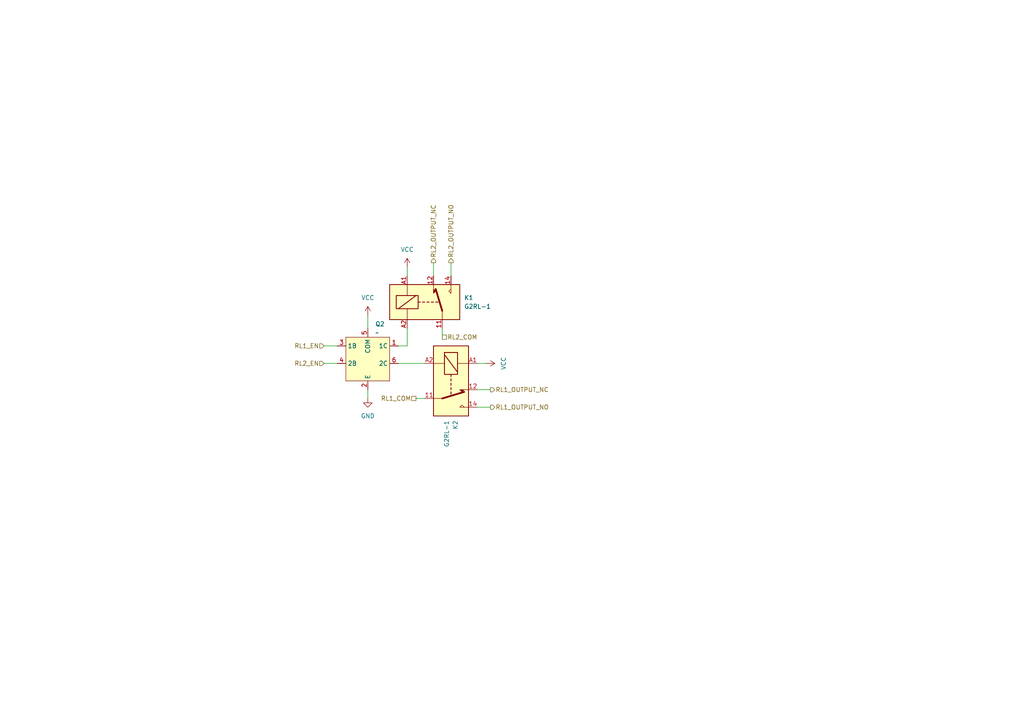
<source format=kicad_sch>
(kicad_sch
	(version 20250114)
	(generator "eeschema")
	(generator_version "9.0")
	(uuid "cffce59c-00fe-42d8-961e-130c24f41ffa")
	(paper "A4")
	(lib_symbols
		(symbol "Relay:G2RL-1"
			(exclude_from_sim no)
			(in_bom yes)
			(on_board yes)
			(property "Reference" "K"
				(at 11.43 3.81 0)
				(effects
					(font
						(size 1.27 1.27)
					)
					(justify left)
				)
			)
			(property "Value" "G2RL-1"
				(at 11.43 1.27 0)
				(effects
					(font
						(size 1.27 1.27)
					)
					(justify left)
				)
			)
			(property "Footprint" "Relay_THT:Relay_SPDT_Omron_G2RL-1"
				(at 11.43 -1.27 0)
				(effects
					(font
						(size 1.27 1.27)
					)
					(justify left)
					(hide yes)
				)
			)
			(property "Datasheet" "https://omronfs.omron.com/en_US/ecb/products/pdf/en-g2rl.pdf"
				(at 0 0 0)
				(effects
					(font
						(size 1.27 1.27)
					)
					(hide yes)
				)
			)
			(property "Description" "General Purpose Low Profile Relay SPDT Through Hole, Omron G2RL series, 12A 250VAC"
				(at 0 0 0)
				(effects
					(font
						(size 1.27 1.27)
					)
					(hide yes)
				)
			)
			(property "ki_keywords" "Single Pole Relay SPDT Omron"
				(at 0 0 0)
				(effects
					(font
						(size 1.27 1.27)
					)
					(hide yes)
				)
			)
			(property "ki_fp_filters" "Relay?SPDT?Omron?G2RL*"
				(at 0 0 0)
				(effects
					(font
						(size 1.27 1.27)
					)
					(hide yes)
				)
			)
			(symbol "G2RL-1_0_0"
				(polyline
					(pts
						(xy 7.62 5.08) (xy 7.62 2.54) (xy 6.985 3.175) (xy 7.62 3.81)
					)
					(stroke
						(width 0)
						(type default)
					)
					(fill
						(type none)
					)
				)
			)
			(symbol "G2RL-1_0_1"
				(rectangle
					(start -10.16 5.08)
					(end 10.16 -5.08)
					(stroke
						(width 0.254)
						(type default)
					)
					(fill
						(type background)
					)
				)
				(rectangle
					(start -8.255 1.905)
					(end -1.905 -1.905)
					(stroke
						(width 0.254)
						(type default)
					)
					(fill
						(type none)
					)
				)
				(polyline
					(pts
						(xy -7.62 -1.905) (xy -2.54 1.905)
					)
					(stroke
						(width 0.254)
						(type default)
					)
					(fill
						(type none)
					)
				)
				(polyline
					(pts
						(xy -5.08 5.08) (xy -5.08 1.905)
					)
					(stroke
						(width 0)
						(type default)
					)
					(fill
						(type none)
					)
				)
				(polyline
					(pts
						(xy -5.08 -5.08) (xy -5.08 -1.905)
					)
					(stroke
						(width 0)
						(type default)
					)
					(fill
						(type none)
					)
				)
				(polyline
					(pts
						(xy -1.905 0) (xy -1.27 0)
					)
					(stroke
						(width 0.254)
						(type default)
					)
					(fill
						(type none)
					)
				)
				(polyline
					(pts
						(xy -0.635 0) (xy 0 0)
					)
					(stroke
						(width 0.254)
						(type default)
					)
					(fill
						(type none)
					)
				)
				(polyline
					(pts
						(xy 0.635 0) (xy 1.27 0)
					)
					(stroke
						(width 0.254)
						(type default)
					)
					(fill
						(type none)
					)
				)
				(polyline
					(pts
						(xy 1.905 0) (xy 2.54 0)
					)
					(stroke
						(width 0.254)
						(type default)
					)
					(fill
						(type none)
					)
				)
				(polyline
					(pts
						(xy 2.54 5.08) (xy 2.54 2.54) (xy 3.175 3.175) (xy 2.54 3.81)
					)
					(stroke
						(width 0)
						(type default)
					)
					(fill
						(type outline)
					)
				)
				(polyline
					(pts
						(xy 3.175 0) (xy 3.81 0)
					)
					(stroke
						(width 0.254)
						(type default)
					)
					(fill
						(type none)
					)
				)
				(polyline
					(pts
						(xy 5.08 -2.54) (xy 3.175 3.81)
					)
					(stroke
						(width 0.508)
						(type default)
					)
					(fill
						(type none)
					)
				)
				(polyline
					(pts
						(xy 5.08 -2.54) (xy 5.08 -5.08)
					)
					(stroke
						(width 0)
						(type default)
					)
					(fill
						(type none)
					)
				)
			)
			(symbol "G2RL-1_1_1"
				(pin passive line
					(at -5.08 7.62 270)
					(length 2.54)
					(name "~"
						(effects
							(font
								(size 1.27 1.27)
							)
						)
					)
					(number "A1"
						(effects
							(font
								(size 1.27 1.27)
							)
						)
					)
				)
				(pin passive line
					(at -5.08 -7.62 90)
					(length 2.54)
					(name "~"
						(effects
							(font
								(size 1.27 1.27)
							)
						)
					)
					(number "A2"
						(effects
							(font
								(size 1.27 1.27)
							)
						)
					)
				)
				(pin passive line
					(at 2.54 7.62 270)
					(length 2.54)
					(name "~"
						(effects
							(font
								(size 1.27 1.27)
							)
						)
					)
					(number "12"
						(effects
							(font
								(size 1.27 1.27)
							)
						)
					)
				)
				(pin passive line
					(at 5.08 -7.62 90)
					(length 2.54)
					(name "~"
						(effects
							(font
								(size 1.27 1.27)
							)
						)
					)
					(number "11"
						(effects
							(font
								(size 1.27 1.27)
							)
						)
					)
				)
				(pin passive line
					(at 7.62 7.62 270)
					(length 2.54)
					(name "~"
						(effects
							(font
								(size 1.27 1.27)
							)
						)
					)
					(number "14"
						(effects
							(font
								(size 1.27 1.27)
							)
						)
					)
				)
			)
			(embedded_fonts no)
		)
		(symbol "Riqi_Parts:LANKE LK1802"
			(exclude_from_sim no)
			(in_bom yes)
			(on_board yes)
			(property "Reference" "Q"
				(at -2.286 -16.764 0)
				(effects
					(font
						(size 1.27 1.27)
					)
				)
			)
			(property "Value" ""
				(at 0 0 0)
				(effects
					(font
						(size 1.27 1.27)
					)
				)
			)
			(property "Footprint" ""
				(at 0 0 0)
				(effects
					(font
						(size 1.27 1.27)
					)
					(hide yes)
				)
			)
			(property "Datasheet" ""
				(at 0 0 0)
				(effects
					(font
						(size 1.27 1.27)
					)
					(hide yes)
				)
			)
			(property "Description" ""
				(at 0 0 0)
				(effects
					(font
						(size 1.27 1.27)
					)
					(hide yes)
				)
			)
			(property "ki_locked" ""
				(at 0 0 0)
				(effects
					(font
						(size 1.27 1.27)
					)
				)
			)
			(symbol "LANKE LK1802_1_1"
				(rectangle
					(start -2.54 -2.54)
					(end 10.16 -15.24)
					(stroke
						(width 0)
						(type solid)
					)
					(fill
						(type background)
					)
				)
				(pin input line
					(at -5.08 -5.08 0)
					(length 2.54)
					(name "1B"
						(effects
							(font
								(size 1.27 1.27)
							)
						)
					)
					(number "3"
						(effects
							(font
								(size 1.27 1.27)
							)
						)
					)
				)
				(pin input line
					(at -5.08 -10.16 0)
					(length 2.54)
					(name "2B"
						(effects
							(font
								(size 1.27 1.27)
							)
						)
					)
					(number "4"
						(effects
							(font
								(size 1.27 1.27)
							)
						)
					)
				)
				(pin passive line
					(at 3.81 0 270)
					(length 2.54)
					(name "COM"
						(effects
							(font
								(size 1.27 1.27)
							)
						)
					)
					(number "5"
						(effects
							(font
								(size 1.27 1.27)
							)
						)
					)
				)
				(pin passive line
					(at 3.81 -17.78 90)
					(length 2.54)
					(name "E"
						(effects
							(font
								(size 1.27 1.27)
							)
						)
					)
					(number "2"
						(effects
							(font
								(size 1.27 1.27)
							)
						)
					)
				)
				(pin open_collector line
					(at 12.7 -5.08 180)
					(length 2.54)
					(name "1C"
						(effects
							(font
								(size 1.27 1.27)
							)
						)
					)
					(number "1"
						(effects
							(font
								(size 1.27 1.27)
							)
						)
					)
				)
				(pin open_collector line
					(at 12.7 -10.16 180)
					(length 2.54)
					(name "2C"
						(effects
							(font
								(size 1.27 1.27)
							)
						)
					)
					(number "6"
						(effects
							(font
								(size 1.27 1.27)
							)
						)
					)
				)
			)
			(embedded_fonts no)
		)
		(symbol "power:GND"
			(power)
			(pin_numbers
				(hide yes)
			)
			(pin_names
				(offset 0)
				(hide yes)
			)
			(exclude_from_sim no)
			(in_bom yes)
			(on_board yes)
			(property "Reference" "#PWR"
				(at 0 -6.35 0)
				(effects
					(font
						(size 1.27 1.27)
					)
					(hide yes)
				)
			)
			(property "Value" "GND"
				(at 0 -3.81 0)
				(effects
					(font
						(size 1.27 1.27)
					)
				)
			)
			(property "Footprint" ""
				(at 0 0 0)
				(effects
					(font
						(size 1.27 1.27)
					)
					(hide yes)
				)
			)
			(property "Datasheet" ""
				(at 0 0 0)
				(effects
					(font
						(size 1.27 1.27)
					)
					(hide yes)
				)
			)
			(property "Description" "Power symbol creates a global label with name \"GND\" , ground"
				(at 0 0 0)
				(effects
					(font
						(size 1.27 1.27)
					)
					(hide yes)
				)
			)
			(property "ki_keywords" "global power"
				(at 0 0 0)
				(effects
					(font
						(size 1.27 1.27)
					)
					(hide yes)
				)
			)
			(symbol "GND_0_1"
				(polyline
					(pts
						(xy 0 0) (xy 0 -1.27) (xy 1.27 -1.27) (xy 0 -2.54) (xy -1.27 -1.27) (xy 0 -1.27)
					)
					(stroke
						(width 0)
						(type default)
					)
					(fill
						(type none)
					)
				)
			)
			(symbol "GND_1_1"
				(pin power_in line
					(at 0 0 270)
					(length 0)
					(name "~"
						(effects
							(font
								(size 1.27 1.27)
							)
						)
					)
					(number "1"
						(effects
							(font
								(size 1.27 1.27)
							)
						)
					)
				)
			)
			(embedded_fonts no)
		)
		(symbol "power:VCC"
			(power)
			(pin_numbers
				(hide yes)
			)
			(pin_names
				(offset 0)
				(hide yes)
			)
			(exclude_from_sim no)
			(in_bom yes)
			(on_board yes)
			(property "Reference" "#PWR"
				(at 0 -3.81 0)
				(effects
					(font
						(size 1.27 1.27)
					)
					(hide yes)
				)
			)
			(property "Value" "VCC"
				(at 0 3.556 0)
				(effects
					(font
						(size 1.27 1.27)
					)
				)
			)
			(property "Footprint" ""
				(at 0 0 0)
				(effects
					(font
						(size 1.27 1.27)
					)
					(hide yes)
				)
			)
			(property "Datasheet" ""
				(at 0 0 0)
				(effects
					(font
						(size 1.27 1.27)
					)
					(hide yes)
				)
			)
			(property "Description" "Power symbol creates a global label with name \"VCC\""
				(at 0 0 0)
				(effects
					(font
						(size 1.27 1.27)
					)
					(hide yes)
				)
			)
			(property "ki_keywords" "global power"
				(at 0 0 0)
				(effects
					(font
						(size 1.27 1.27)
					)
					(hide yes)
				)
			)
			(symbol "VCC_0_1"
				(polyline
					(pts
						(xy -0.762 1.27) (xy 0 2.54)
					)
					(stroke
						(width 0)
						(type default)
					)
					(fill
						(type none)
					)
				)
				(polyline
					(pts
						(xy 0 2.54) (xy 0.762 1.27)
					)
					(stroke
						(width 0)
						(type default)
					)
					(fill
						(type none)
					)
				)
				(polyline
					(pts
						(xy 0 0) (xy 0 2.54)
					)
					(stroke
						(width 0)
						(type default)
					)
					(fill
						(type none)
					)
				)
			)
			(symbol "VCC_1_1"
				(pin power_in line
					(at 0 0 90)
					(length 0)
					(name "~"
						(effects
							(font
								(size 1.27 1.27)
							)
						)
					)
					(number "1"
						(effects
							(font
								(size 1.27 1.27)
							)
						)
					)
				)
			)
			(embedded_fonts no)
		)
	)
	(wire
		(pts
			(xy 106.68 113.03) (xy 106.68 115.57)
		)
		(stroke
			(width 0)
			(type default)
		)
		(uuid "2ed33535-b7c3-4f3b-963c-65fcf2166eb8")
	)
	(wire
		(pts
			(xy 118.11 77.47) (xy 118.11 80.01)
		)
		(stroke
			(width 0)
			(type default)
		)
		(uuid "3ab762bf-eadb-42cb-99c3-8d4e9d063074")
	)
	(wire
		(pts
			(xy 118.11 95.25) (xy 118.11 100.33)
		)
		(stroke
			(width 0)
			(type default)
		)
		(uuid "49f05833-c2d5-4419-a8a0-d90470addf9f")
	)
	(wire
		(pts
			(xy 125.73 76.2) (xy 125.73 80.01)
		)
		(stroke
			(width 0)
			(type default)
		)
		(uuid "5ccdb662-a05a-4bc1-8988-c898078b42a5")
	)
	(wire
		(pts
			(xy 130.81 76.2) (xy 130.81 80.01)
		)
		(stroke
			(width 0)
			(type default)
		)
		(uuid "8c26bcf7-9b18-480a-b5ac-6407190a3498")
	)
	(wire
		(pts
			(xy 115.57 105.41) (xy 123.19 105.41)
		)
		(stroke
			(width 0)
			(type default)
		)
		(uuid "8ccfb1c7-a816-4d76-bdf6-4af9ca19f9ed")
	)
	(wire
		(pts
			(xy 142.24 113.03) (xy 138.43 113.03)
		)
		(stroke
			(width 0)
			(type default)
		)
		(uuid "91ea4add-298c-4de7-9ef3-84cd5950595a")
	)
	(wire
		(pts
			(xy 128.27 95.25) (xy 128.27 97.79)
		)
		(stroke
			(width 0)
			(type default)
		)
		(uuid "95cf5e65-a308-49e5-af0c-199b5c8da5fd")
	)
	(wire
		(pts
			(xy 93.98 100.33) (xy 97.79 100.33)
		)
		(stroke
			(width 0)
			(type default)
		)
		(uuid "abf5be68-7a0e-4698-a19f-9026a3287058")
	)
	(wire
		(pts
			(xy 138.43 118.11) (xy 142.24 118.11)
		)
		(stroke
			(width 0)
			(type default)
		)
		(uuid "d84b7d54-4ef9-4983-b224-e06b388a0f31")
	)
	(wire
		(pts
			(xy 93.98 105.41) (xy 97.79 105.41)
		)
		(stroke
			(width 0)
			(type default)
		)
		(uuid "d95150ad-edeb-487b-8f67-a77bcccd9fdf")
	)
	(wire
		(pts
			(xy 115.57 100.33) (xy 118.11 100.33)
		)
		(stroke
			(width 0)
			(type default)
		)
		(uuid "e874d732-634c-41ad-8b90-5a30f6ced64c")
	)
	(wire
		(pts
			(xy 140.97 105.41) (xy 138.43 105.41)
		)
		(stroke
			(width 0)
			(type default)
		)
		(uuid "ed2478fe-790f-456b-84ae-0959a180fb4d")
	)
	(wire
		(pts
			(xy 106.68 91.44) (xy 106.68 95.25)
		)
		(stroke
			(width 0)
			(type default)
		)
		(uuid "fd6174fb-6223-4c2b-911b-aad01b6894ee")
	)
	(wire
		(pts
			(xy 120.65 115.57) (xy 123.19 115.57)
		)
		(stroke
			(width 0)
			(type default)
		)
		(uuid "ff86b017-b40e-4aaa-8ea1-9e3eb2440ee2")
	)
	(hierarchical_label "RL2_OUTPUT_NC"
		(shape output)
		(at 125.73 76.2 90)
		(effects
			(font
				(size 1.27 1.27)
			)
			(justify left)
		)
		(uuid "136d0900-9b90-4551-8207-94253f00894f")
	)
	(hierarchical_label "RL1_COM"
		(shape passive)
		(at 120.65 115.57 180)
		(effects
			(font
				(size 1.27 1.27)
			)
			(justify right)
		)
		(uuid "2638d623-5eec-49a7-96ce-abc063f0b2d7")
	)
	(hierarchical_label "RL2_EN"
		(shape input)
		(at 93.98 105.41 180)
		(effects
			(font
				(size 1.27 1.27)
			)
			(justify right)
		)
		(uuid "3e898b01-38f7-473b-ad57-85697ebc3821")
	)
	(hierarchical_label "RL1_OUTPUT_NO"
		(shape output)
		(at 142.24 118.11 0)
		(effects
			(font
				(size 1.27 1.27)
			)
			(justify left)
		)
		(uuid "59b3596f-6833-4967-9719-de3fb6b6d32b")
	)
	(hierarchical_label "RL2_COM"
		(shape passive)
		(at 128.27 97.79 0)
		(effects
			(font
				(size 1.27 1.27)
			)
			(justify left)
		)
		(uuid "bca84ce4-18dc-44a6-8825-736c79c71c42")
	)
	(hierarchical_label "RL1_OUTPUT_NC"
		(shape output)
		(at 142.24 113.03 0)
		(effects
			(font
				(size 1.27 1.27)
			)
			(justify left)
		)
		(uuid "c0cdb961-51b2-4c39-8ab1-807eecbcef55")
	)
	(hierarchical_label "RL1_EN"
		(shape input)
		(at 93.98 100.33 180)
		(effects
			(font
				(size 1.27 1.27)
			)
			(justify right)
		)
		(uuid "e598eb98-68c7-425a-9a03-cdc3890e510b")
	)
	(hierarchical_label "RL2_OUTPUT_NO"
		(shape output)
		(at 130.81 76.2 90)
		(effects
			(font
				(size 1.27 1.27)
			)
			(justify left)
		)
		(uuid "e69a26a3-31d0-445f-abcf-c10ca3ccec38")
	)
	(symbol
		(lib_id "power:VCC")
		(at 140.97 105.41 270)
		(unit 1)
		(exclude_from_sim no)
		(in_bom yes)
		(on_board yes)
		(dnp no)
		(fields_autoplaced yes)
		(uuid "26174cbc-efa2-48e2-b6f2-045d9ecd6cb3")
		(property "Reference" "#PWR021"
			(at 137.16 105.41 0)
			(effects
				(font
					(size 1.27 1.27)
				)
				(hide yes)
			)
		)
		(property "Value" "VCC"
			(at 146.05 105.41 0)
			(effects
				(font
					(size 1.27 1.27)
				)
			)
		)
		(property "Footprint" ""
			(at 140.97 105.41 0)
			(effects
				(font
					(size 1.27 1.27)
				)
				(hide yes)
			)
		)
		(property "Datasheet" ""
			(at 140.97 105.41 0)
			(effects
				(font
					(size 1.27 1.27)
				)
				(hide yes)
			)
		)
		(property "Description" "Power symbol creates a global label with name \"VCC\""
			(at 140.97 105.41 0)
			(effects
				(font
					(size 1.27 1.27)
				)
				(hide yes)
			)
		)
		(pin "1"
			(uuid "21586879-cc36-48f9-8551-9e7ba463ff20")
		)
		(instances
			(project "NIVARA"
				(path "/8290cc18-06d0-4e02-a781-29a61ebc321a/9e4d7a0c-a5eb-4e88-9036-0c35e68b279a/86b88fb6-54fe-4cca-9b3c-121214f029ac"
					(reference "#PWR021")
					(unit 1)
				)
			)
		)
	)
	(symbol
		(lib_id "Relay:G2RL-1")
		(at 123.19 87.63 0)
		(unit 1)
		(exclude_from_sim no)
		(in_bom yes)
		(on_board yes)
		(dnp no)
		(fields_autoplaced yes)
		(uuid "271b35fc-458b-4d23-8fc7-dd31f7ee970e")
		(property "Reference" "K1"
			(at 134.62 86.3599 0)
			(effects
				(font
					(size 1.27 1.27)
				)
				(justify left)
			)
		)
		(property "Value" "G2RL-1"
			(at 134.62 88.8999 0)
			(effects
				(font
					(size 1.27 1.27)
				)
				(justify left)
			)
		)
		(property "Footprint" "Relay_THT:Relay_SPDT_Omron_G2RL-1"
			(at 134.62 88.9 0)
			(effects
				(font
					(size 1.27 1.27)
				)
				(justify left)
				(hide yes)
			)
		)
		(property "Datasheet" "https://omronfs.omron.com/en_US/ecb/products/pdf/en-g2rl.pdf"
			(at 123.19 87.63 0)
			(effects
				(font
					(size 1.27 1.27)
				)
				(hide yes)
			)
		)
		(property "Description" "General Purpose Low Profile Relay SPDT Through Hole, Omron G2RL series, 12A 250VAC"
			(at 123.19 87.63 0)
			(effects
				(font
					(size 1.27 1.27)
				)
				(hide yes)
			)
		)
		(pin "14"
			(uuid "8d7c773d-a7e6-411a-a59a-0d76b5386e96")
		)
		(pin "12"
			(uuid "b718b134-6a0c-4b2d-a8cf-51b4f81e1730")
		)
		(pin "A2"
			(uuid "f0ccefb8-1ff0-448e-9cd9-e174cfa0f812")
		)
		(pin "11"
			(uuid "d165c126-c58f-4d81-ba0b-0bf8a59a2b8c")
		)
		(pin "A1"
			(uuid "13e978b4-8cf4-4a19-a2a2-331c2f2d98d4")
		)
		(instances
			(project "NIVARA"
				(path "/8290cc18-06d0-4e02-a781-29a61ebc321a/9e4d7a0c-a5eb-4e88-9036-0c35e68b279a/86b88fb6-54fe-4cca-9b3c-121214f029ac"
					(reference "K1")
					(unit 1)
				)
			)
		)
	)
	(symbol
		(lib_id "power:VCC")
		(at 106.68 91.44 0)
		(unit 1)
		(exclude_from_sim no)
		(in_bom yes)
		(on_board yes)
		(dnp no)
		(fields_autoplaced yes)
		(uuid "600d0f42-6b54-4e74-bbaf-e6b465024f45")
		(property "Reference" "#PWR019"
			(at 106.68 95.25 0)
			(effects
				(font
					(size 1.27 1.27)
				)
				(hide yes)
			)
		)
		(property "Value" "VCC"
			(at 106.68 86.36 0)
			(effects
				(font
					(size 1.27 1.27)
				)
			)
		)
		(property "Footprint" ""
			(at 106.68 91.44 0)
			(effects
				(font
					(size 1.27 1.27)
				)
				(hide yes)
			)
		)
		(property "Datasheet" ""
			(at 106.68 91.44 0)
			(effects
				(font
					(size 1.27 1.27)
				)
				(hide yes)
			)
		)
		(property "Description" "Power symbol creates a global label with name \"VCC\""
			(at 106.68 91.44 0)
			(effects
				(font
					(size 1.27 1.27)
				)
				(hide yes)
			)
		)
		(pin "1"
			(uuid "5939ec59-9fa0-4c97-8d31-e9dfcec010af")
		)
		(instances
			(project "NIVARA"
				(path "/8290cc18-06d0-4e02-a781-29a61ebc321a/9e4d7a0c-a5eb-4e88-9036-0c35e68b279a/86b88fb6-54fe-4cca-9b3c-121214f029ac"
					(reference "#PWR019")
					(unit 1)
				)
			)
		)
	)
	(symbol
		(lib_id "Riqi_Parts:LANKE LK1802")
		(at 102.87 95.25 0)
		(unit 1)
		(exclude_from_sim no)
		(in_bom yes)
		(on_board yes)
		(dnp no)
		(fields_autoplaced yes)
		(uuid "91a3940d-12c0-487a-a3be-50778c8c669f")
		(property "Reference" "Q2"
			(at 108.8233 93.98 0)
			(effects
				(font
					(size 1.27 1.27)
				)
				(justify left)
			)
		)
		(property "Value" "~"
			(at 108.8233 96.52 0)
			(effects
				(font
					(size 1.27 1.27)
				)
				(justify left)
			)
		)
		(property "Footprint" ""
			(at 102.87 95.25 0)
			(effects
				(font
					(size 1.27 1.27)
				)
				(hide yes)
			)
		)
		(property "Datasheet" ""
			(at 102.87 95.25 0)
			(effects
				(font
					(size 1.27 1.27)
				)
				(hide yes)
			)
		)
		(property "Description" ""
			(at 102.87 95.25 0)
			(effects
				(font
					(size 1.27 1.27)
				)
				(hide yes)
			)
		)
		(property "LCSC#" "C2984831"
			(at 102.87 95.25 0)
			(effects
				(font
					(size 1.27 1.27)
				)
				(hide yes)
			)
		)
		(pin "4"
			(uuid "7e17b648-965e-429d-aa7b-e51f6e82bf32")
		)
		(pin "5"
			(uuid "b24e93ce-6c87-4bc9-b0ee-3c47214111af")
		)
		(pin "2"
			(uuid "15893fbb-4355-4f49-8550-f388bfeb07fd")
		)
		(pin "1"
			(uuid "39581bde-5a39-4444-9126-a77af5af147e")
		)
		(pin "6"
			(uuid "9a803033-a328-4da6-a467-918f88589c1e")
		)
		(pin "3"
			(uuid "28278381-4638-4834-98f0-0c6bf00ebfa9")
		)
		(instances
			(project "NIVARA"
				(path "/8290cc18-06d0-4e02-a781-29a61ebc321a/9e4d7a0c-a5eb-4e88-9036-0c35e68b279a/86b88fb6-54fe-4cca-9b3c-121214f029ac"
					(reference "Q2")
					(unit 1)
				)
			)
		)
	)
	(symbol
		(lib_id "power:VCC")
		(at 118.11 77.47 0)
		(unit 1)
		(exclude_from_sim no)
		(in_bom yes)
		(on_board yes)
		(dnp no)
		(fields_autoplaced yes)
		(uuid "958d491f-1a81-40d9-9652-ce49b088cd9d")
		(property "Reference" "#PWR20"
			(at 118.11 81.28 0)
			(effects
				(font
					(size 1.27 1.27)
				)
				(hide yes)
			)
		)
		(property "Value" "VCC"
			(at 118.11 72.39 0)
			(effects
				(font
					(size 1.27 1.27)
				)
			)
		)
		(property "Footprint" ""
			(at 118.11 77.47 0)
			(effects
				(font
					(size 1.27 1.27)
				)
				(hide yes)
			)
		)
		(property "Datasheet" ""
			(at 118.11 77.47 0)
			(effects
				(font
					(size 1.27 1.27)
				)
				(hide yes)
			)
		)
		(property "Description" "Power symbol creates a global label with name \"VCC\""
			(at 118.11 77.47 0)
			(effects
				(font
					(size 1.27 1.27)
				)
				(hide yes)
			)
		)
		(pin "1"
			(uuid "b19a3383-216b-4667-ad89-b61237ff87cc")
		)
		(instances
			(project "NIVARA"
				(path "/8290cc18-06d0-4e02-a781-29a61ebc321a/9e4d7a0c-a5eb-4e88-9036-0c35e68b279a/86b88fb6-54fe-4cca-9b3c-121214f029ac"
					(reference "#PWR20")
					(unit 1)
				)
			)
		)
	)
	(symbol
		(lib_id "power:GND")
		(at 106.68 115.57 0)
		(unit 1)
		(exclude_from_sim no)
		(in_bom yes)
		(on_board yes)
		(dnp no)
		(fields_autoplaced yes)
		(uuid "be21cedd-6f76-44ed-b6f5-2f50ebf8e76e")
		(property "Reference" "#PWR18"
			(at 106.68 121.92 0)
			(effects
				(font
					(size 1.27 1.27)
				)
				(hide yes)
			)
		)
		(property "Value" "GND"
			(at 106.68 120.65 0)
			(effects
				(font
					(size 1.27 1.27)
				)
			)
		)
		(property "Footprint" ""
			(at 106.68 115.57 0)
			(effects
				(font
					(size 1.27 1.27)
				)
				(hide yes)
			)
		)
		(property "Datasheet" ""
			(at 106.68 115.57 0)
			(effects
				(font
					(size 1.27 1.27)
				)
				(hide yes)
			)
		)
		(property "Description" "Power symbol creates a global label with name \"GND\" , ground"
			(at 106.68 115.57 0)
			(effects
				(font
					(size 1.27 1.27)
				)
				(hide yes)
			)
		)
		(pin "1"
			(uuid "9057a845-b019-495d-b7c5-535c877a7b27")
		)
		(instances
			(project "NIVARA"
				(path "/8290cc18-06d0-4e02-a781-29a61ebc321a/9e4d7a0c-a5eb-4e88-9036-0c35e68b279a/86b88fb6-54fe-4cca-9b3c-121214f029ac"
					(reference "#PWR18")
					(unit 1)
				)
			)
		)
	)
	(symbol
		(lib_id "Relay:G2RL-1")
		(at 130.81 110.49 270)
		(unit 1)
		(exclude_from_sim no)
		(in_bom yes)
		(on_board yes)
		(dnp no)
		(fields_autoplaced yes)
		(uuid "f0af92bb-05f5-4b9b-b5ec-2696067aaf1b")
		(property "Reference" "K2"
			(at 132.0801 121.92 0)
			(effects
				(font
					(size 1.27 1.27)
				)
				(justify left)
			)
		)
		(property "Value" "G2RL-1"
			(at 129.5401 121.92 0)
			(effects
				(font
					(size 1.27 1.27)
				)
				(justify left)
			)
		)
		(property "Footprint" "Relay_THT:Relay_SPDT_Omron_G2RL-1"
			(at 129.54 121.92 0)
			(effects
				(font
					(size 1.27 1.27)
				)
				(justify left)
				(hide yes)
			)
		)
		(property "Datasheet" "https://omronfs.omron.com/en_US/ecb/products/pdf/en-g2rl.pdf"
			(at 130.81 110.49 0)
			(effects
				(font
					(size 1.27 1.27)
				)
				(hide yes)
			)
		)
		(property "Description" "General Purpose Low Profile Relay SPDT Through Hole, Omron G2RL series, 12A 250VAC"
			(at 130.81 110.49 0)
			(effects
				(font
					(size 1.27 1.27)
				)
				(hide yes)
			)
		)
		(pin "14"
			(uuid "3ab1bf0a-eed4-478a-bff0-99082d6801b8")
		)
		(pin "12"
			(uuid "50f9da7c-c61a-4a3f-bf0f-86df244b7653")
		)
		(pin "A2"
			(uuid "f025e245-5b7d-4cad-96cb-88e3d961373e")
		)
		(pin "11"
			(uuid "bacaa8ff-bf58-4aff-b3ae-96facf88e101")
		)
		(pin "A1"
			(uuid "478192a8-6097-4a70-b5e0-bcc02735e6dd")
		)
		(instances
			(project "NIVARA"
				(path "/8290cc18-06d0-4e02-a781-29a61ebc321a/9e4d7a0c-a5eb-4e88-9036-0c35e68b279a/86b88fb6-54fe-4cca-9b3c-121214f029ac"
					(reference "K2")
					(unit 1)
				)
			)
		)
	)
)

</source>
